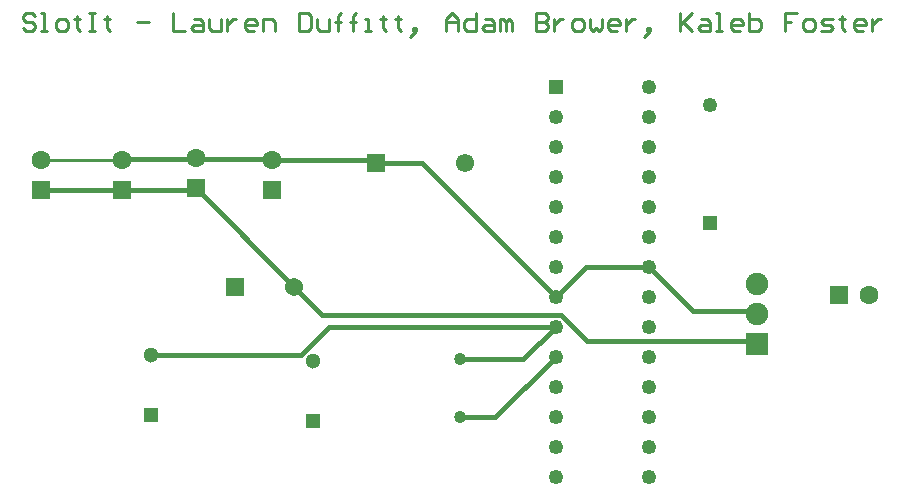
<source format=gbr>
%TF.GenerationSoftware,Altium Limited,Altium Designer,23.0.1 (38)*%
G04 Layer_Physical_Order=1*
G04 Layer_Color=255*
%FSLAX45Y45*%
%MOMM*%
%TF.SameCoordinates,EEB749D1-378B-4D6E-888E-37D0F6B4ACBA*%
%TF.FilePolarity,Positive*%
%TF.FileFunction,Copper,L1,Top,Signal*%
%TF.Part,Single*%
G01*
G75*
%TA.AperFunction,Conductor*%
%ADD10C,0.38100*%
%ADD11C,0.25400*%
%TA.AperFunction,NonConductor*%
%ADD12C,0.25400*%
%TA.AperFunction,ComponentPad*%
%ADD13R,1.55000X1.55000*%
%ADD14C,1.55000*%
%ADD15C,1.30000*%
%ADD16R,1.30000X1.30000*%
%ADD17C,1.91000*%
%ADD18R,1.91000X1.91000*%
%ADD19C,1.03000*%
%ADD20C,1.60000*%
%ADD21R,1.60000X1.60000*%
%ADD22R,1.60000X1.60000*%
%ADD23R,1.25000X1.25000*%
%ADD24C,1.25000*%
%ADD25R,1.25000X1.25000*%
%ADD26C,1.54060*%
%ADD27R,1.54060X1.54060*%
D10*
X11056000Y7290800D02*
X11645900D01*
X9382600Y6393400D02*
X9893300Y6904100D01*
X9080500Y6393400D02*
X9382600D01*
X9080500Y6881400D02*
X9616600D01*
X9893300Y7158100D01*
X7975699D02*
X9893300D01*
X7739099Y6921500D02*
X7975699Y7158100D01*
X6464300Y6921500D02*
X7739099D01*
X10159666Y7035800D02*
X11645900D01*
X7679690Y7493000D02*
X7912720Y7259970D01*
X9935496D01*
X10159666Y7035800D01*
X6832600Y8318500D02*
X6845300Y8331200D01*
X6223000Y8318500D02*
X6832600D01*
X5537200D02*
X6223000D01*
X7679690Y7493000D02*
Y7496810D01*
X6845300Y8331200D02*
X7679690Y7496810D01*
X10680700Y7666100D02*
X11056000Y7290800D01*
X9893300Y7412100D02*
X10147300Y7666100D01*
X10680700D01*
X8375300Y8542400D02*
X8763000D01*
X9893300Y7412100D01*
X8349900Y8567800D02*
X8375300Y8542400D01*
X7493000Y8567800D02*
X8349900D01*
X6854000Y8576500D02*
X7484300D01*
X6845300Y8585200D02*
X6854000Y8576500D01*
X7484300D02*
X7493000Y8567800D01*
X6838950Y8578850D02*
X6845300Y8585200D01*
X6223000Y8572500D02*
X6229350Y8578850D01*
X6838950D01*
D11*
X5537200Y8572500D02*
X6223000D01*
D12*
X5486367Y9791642D02*
X5460975Y9817034D01*
X5410192D01*
X5384800Y9791642D01*
Y9766251D01*
X5410192Y9740859D01*
X5460975D01*
X5486367Y9715467D01*
Y9690075D01*
X5460975Y9664683D01*
X5410192D01*
X5384800Y9690075D01*
X5537151Y9664683D02*
X5587934D01*
X5562543D01*
Y9817034D01*
X5537151D01*
X5689501Y9664683D02*
X5740285D01*
X5765677Y9690075D01*
Y9740859D01*
X5740285Y9766251D01*
X5689501D01*
X5664110Y9740859D01*
Y9690075D01*
X5689501Y9664683D01*
X5841852Y9791642D02*
Y9766251D01*
X5816460D01*
X5867244D01*
X5841852D01*
Y9690075D01*
X5867244Y9664683D01*
X5943419Y9817034D02*
X5994203D01*
X5968811D01*
Y9664683D01*
X5943419D01*
X5994203D01*
X6095770Y9791642D02*
Y9766251D01*
X6070378D01*
X6121161D01*
X6095770D01*
Y9690075D01*
X6121161Y9664683D01*
X6349688Y9740859D02*
X6451255D01*
X6654389Y9817034D02*
Y9664683D01*
X6755956D01*
X6832132Y9766251D02*
X6882915D01*
X6908307Y9740859D01*
Y9664683D01*
X6832132D01*
X6806740Y9690075D01*
X6832132Y9715467D01*
X6908307D01*
X6959090Y9766251D02*
Y9690075D01*
X6984482Y9664683D01*
X7060658D01*
Y9766251D01*
X7111441D02*
Y9664683D01*
Y9715467D01*
X7136833Y9740859D01*
X7162225Y9766251D01*
X7187617D01*
X7339967Y9664683D02*
X7289184D01*
X7263792Y9690075D01*
Y9740859D01*
X7289184Y9766251D01*
X7339967D01*
X7365359Y9740859D01*
Y9715467D01*
X7263792D01*
X7416143Y9664683D02*
Y9766251D01*
X7492318D01*
X7517710Y9740859D01*
Y9664683D01*
X7720844Y9817034D02*
Y9664683D01*
X7797019D01*
X7822411Y9690075D01*
Y9791642D01*
X7797019Y9817034D01*
X7720844D01*
X7873195Y9766251D02*
Y9690075D01*
X7898587Y9664683D01*
X7974762D01*
Y9766251D01*
X8050937Y9664683D02*
Y9791642D01*
Y9740859D01*
X8025546D01*
X8076329D01*
X8050937D01*
Y9791642D01*
X8076329Y9817034D01*
X8177896Y9664683D02*
Y9791642D01*
Y9740859D01*
X8152504D01*
X8203288D01*
X8177896D01*
Y9791642D01*
X8203288Y9817034D01*
X8279463Y9664683D02*
X8330247D01*
X8304855D01*
Y9766251D01*
X8279463D01*
X8431814Y9791642D02*
Y9766251D01*
X8406422D01*
X8457206D01*
X8431814D01*
Y9690075D01*
X8457206Y9664683D01*
X8558773Y9791642D02*
Y9766251D01*
X8533381D01*
X8584164D01*
X8558773D01*
Y9690075D01*
X8584164Y9664683D01*
X8685732Y9639292D02*
X8711123Y9664683D01*
Y9690075D01*
X8685732D01*
Y9664683D01*
X8711123D01*
X8685732Y9639292D01*
X8660340Y9613900D01*
X8965041Y9664683D02*
Y9766251D01*
X9015825Y9817034D01*
X9066608Y9766251D01*
Y9664683D01*
Y9740859D01*
X8965041D01*
X9218959Y9817034D02*
Y9664683D01*
X9142784D01*
X9117392Y9690075D01*
Y9740859D01*
X9142784Y9766251D01*
X9218959D01*
X9295135D02*
X9345918D01*
X9371310Y9740859D01*
Y9664683D01*
X9295135D01*
X9269743Y9690075D01*
X9295135Y9715467D01*
X9371310D01*
X9422093Y9664683D02*
Y9766251D01*
X9447485D01*
X9472877Y9740859D01*
Y9664683D01*
Y9740859D01*
X9498269Y9766251D01*
X9523661Y9740859D01*
Y9664683D01*
X9726795Y9817034D02*
Y9664683D01*
X9802970D01*
X9828362Y9690075D01*
Y9715467D01*
X9802970Y9740859D01*
X9726795D01*
X9802970D01*
X9828362Y9766251D01*
Y9791642D01*
X9802970Y9817034D01*
X9726795D01*
X9879146Y9766251D02*
Y9664683D01*
Y9715467D01*
X9904537Y9740859D01*
X9929929Y9766251D01*
X9955321D01*
X10056888Y9664683D02*
X10107672D01*
X10133064Y9690075D01*
Y9740859D01*
X10107672Y9766251D01*
X10056888D01*
X10031496Y9740859D01*
Y9690075D01*
X10056888Y9664683D01*
X10183847Y9766251D02*
Y9690075D01*
X10209239Y9664683D01*
X10234631Y9690075D01*
X10260022Y9664683D01*
X10285414Y9690075D01*
Y9766251D01*
X10412373Y9664683D02*
X10361590D01*
X10336198Y9690075D01*
Y9740859D01*
X10361590Y9766251D01*
X10412373D01*
X10437765Y9740859D01*
Y9715467D01*
X10336198D01*
X10488548Y9766251D02*
Y9664683D01*
Y9715467D01*
X10513940Y9740859D01*
X10539332Y9766251D01*
X10564724D01*
X10666291Y9639292D02*
X10691683Y9664683D01*
Y9690075D01*
X10666291D01*
Y9664683D01*
X10691683D01*
X10666291Y9639292D01*
X10640899Y9613900D01*
X10945601Y9817034D02*
Y9664683D01*
Y9715467D01*
X11047168Y9817034D01*
X10970993Y9740859D01*
X11047168Y9664683D01*
X11123343Y9766251D02*
X11174127D01*
X11199519Y9740859D01*
Y9664683D01*
X11123343D01*
X11097951Y9690075D01*
X11123343Y9715467D01*
X11199519D01*
X11250302Y9664683D02*
X11301086D01*
X11275694D01*
Y9817034D01*
X11250302D01*
X11453436Y9664683D02*
X11402653D01*
X11377261Y9690075D01*
Y9740859D01*
X11402653Y9766251D01*
X11453436D01*
X11478828Y9740859D01*
Y9715467D01*
X11377261D01*
X11529612Y9817034D02*
Y9664683D01*
X11605787D01*
X11631179Y9690075D01*
Y9715467D01*
Y9740859D01*
X11605787Y9766251D01*
X11529612D01*
X11935880Y9817034D02*
X11834313D01*
Y9740859D01*
X11885097D01*
X11834313D01*
Y9664683D01*
X12012056D02*
X12062839D01*
X12088231Y9690075D01*
Y9740859D01*
X12062839Y9766251D01*
X12012056D01*
X11986664Y9740859D01*
Y9690075D01*
X12012056Y9664683D01*
X12139015D02*
X12215190D01*
X12240582Y9690075D01*
X12215190Y9715467D01*
X12164406D01*
X12139015Y9740859D01*
X12164406Y9766251D01*
X12240582D01*
X12316757Y9791642D02*
Y9766251D01*
X12291365D01*
X12342149D01*
X12316757D01*
Y9690075D01*
X12342149Y9664683D01*
X12494500D02*
X12443716D01*
X12418324Y9690075D01*
Y9740859D01*
X12443716Y9766251D01*
X12494500D01*
X12519891Y9740859D01*
Y9715467D01*
X12418324D01*
X12570675Y9766251D02*
Y9664683D01*
Y9715467D01*
X12596067Y9740859D01*
X12621458Y9766251D01*
X12646850D01*
D13*
X8375300Y8542400D02*
D03*
D14*
X9125300D02*
D03*
D15*
X7835900Y6870700D02*
D03*
X6464300Y6921500D02*
D03*
D16*
X7835900Y6362700D02*
D03*
X6464300Y6413500D02*
D03*
D17*
X11595100Y7520400D02*
D03*
Y7265400D02*
D03*
D18*
Y7010400D02*
D03*
D19*
X9080500Y6881400D02*
D03*
Y6393400D02*
D03*
D20*
X6845300Y8585200D02*
D03*
X7493000Y8567800D02*
D03*
X6223000Y8572500D02*
D03*
X5537200D02*
D03*
X12547600Y7429500D02*
D03*
D21*
X6845300Y8331200D02*
D03*
X7493000Y8313800D02*
D03*
X6223000Y8318500D02*
D03*
X5537200D02*
D03*
D22*
X12293600Y7429500D02*
D03*
D23*
X9893300Y9190100D02*
D03*
D24*
Y8936100D02*
D03*
Y8682100D02*
D03*
Y8428100D02*
D03*
Y8174100D02*
D03*
Y7920100D02*
D03*
Y7666100D02*
D03*
Y7412100D02*
D03*
Y7158100D02*
D03*
Y6904100D02*
D03*
Y6650100D02*
D03*
Y6396100D02*
D03*
Y6142100D02*
D03*
Y5888100D02*
D03*
X10680700D02*
D03*
Y6142100D02*
D03*
Y6396100D02*
D03*
Y6650100D02*
D03*
Y6904100D02*
D03*
Y7158100D02*
D03*
Y7412100D02*
D03*
Y7666100D02*
D03*
Y7920100D02*
D03*
Y8174100D02*
D03*
Y8428100D02*
D03*
Y8682100D02*
D03*
Y8936100D02*
D03*
Y9190100D02*
D03*
X11201400Y9034400D02*
D03*
D25*
Y8034400D02*
D03*
D26*
X7679690Y7493000D02*
D03*
D27*
X7179310D02*
D03*
%TF.MD5,b81b0e63661bb369f39009655dbc366b*%
M02*

</source>
